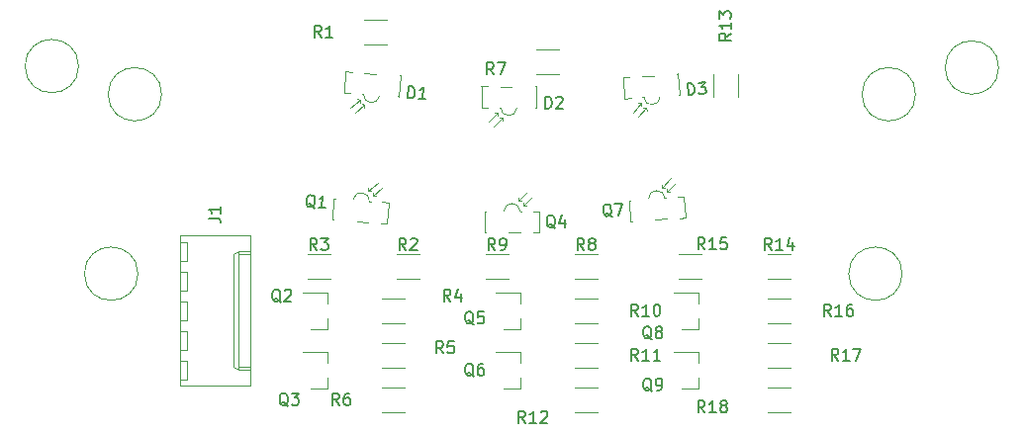
<source format=gbr>
G04 #@! TF.FileFunction,Legend,Top*
%FSLAX46Y46*%
G04 Gerber Fmt 4.6, Leading zero omitted, Abs format (unit mm)*
G04 Created by KiCad (PCBNEW 4.0.6-e0-6349~53~ubuntu16.04.1) date Thu Jun 15 10:56:05 2017*
%MOMM*%
%LPD*%
G01*
G04 APERTURE LIST*
%ADD10C,0.100000*%
%ADD11C,0.120000*%
%ADD12C,0.150000*%
G04 APERTURE END LIST*
D10*
D11*
X148343779Y-52829672D02*
X148453511Y-52821999D01*
X146818204Y-52946375D02*
X147356888Y-52908706D01*
X151406998Y-52625495D02*
X151506755Y-52618519D01*
X151280739Y-50819904D02*
X151380496Y-50812928D01*
X149297679Y-50988646D02*
X148300115Y-51058403D01*
X147221351Y-51113789D02*
X146682667Y-51151457D01*
X151506755Y-52618519D02*
X151380496Y-50812928D01*
X146691945Y-51140784D02*
X146818204Y-52946375D01*
X148238999Y-53338220D02*
X147989608Y-53355659D01*
X148238999Y-53338220D02*
X148256438Y-53587611D01*
X148675902Y-53708645D02*
X148426511Y-53726084D01*
X148675902Y-53708645D02*
X148693342Y-53958036D01*
X147970769Y-54519809D02*
X148675902Y-53708645D01*
X147533865Y-54149383D02*
X148238999Y-53338220D01*
X149851699Y-52785385D02*
G75*
G02X148453511Y-52821999I-699893J12216D01*
G01*
X136086000Y-53702000D02*
X136196000Y-53702000D01*
X134556000Y-53712000D02*
X135096000Y-53712000D01*
X139156000Y-53712000D02*
X139256000Y-53712000D01*
X139156000Y-51902000D02*
X139256000Y-51902000D01*
X137166000Y-51932000D02*
X136166000Y-51932000D01*
X135086000Y-51912000D02*
X134546000Y-51912000D01*
X139256000Y-53712000D02*
X139256000Y-51902000D01*
X134556000Y-51902000D02*
X134556000Y-53712000D01*
X135946000Y-54202000D02*
X135696000Y-54202000D01*
X135946000Y-54202000D02*
X135946000Y-54452000D01*
X136356000Y-54602000D02*
X136106000Y-54602000D01*
X136356000Y-54602000D02*
X136356000Y-54852000D01*
X135596000Y-55362000D02*
X136356000Y-54602000D01*
X135186000Y-54962000D02*
X135946000Y-54202000D01*
X137593336Y-53763009D02*
G75*
G02X136196000Y-53702000I-697336J61009D01*
G01*
X124346403Y-52538090D02*
X124456135Y-52545763D01*
X122819432Y-52441338D02*
X123358117Y-52479006D01*
X127408227Y-52762218D02*
X127507983Y-52769193D01*
X127534486Y-50956627D02*
X127634243Y-50963602D01*
X125547241Y-50847738D02*
X124549677Y-50777982D01*
X123473703Y-50682694D02*
X122935018Y-50645025D01*
X127507983Y-52769193D02*
X127634243Y-50963602D01*
X122945692Y-50635747D02*
X122819432Y-52441338D01*
X124171866Y-53027106D02*
X123922475Y-53009667D01*
X124171866Y-53027106D02*
X124154427Y-53276497D01*
X124552964Y-53454732D02*
X124303573Y-53437292D01*
X124552964Y-53454732D02*
X124535525Y-53704123D01*
X123741801Y-54159865D02*
X124552964Y-53454732D01*
X123360702Y-53732240D02*
X124171866Y-53027106D01*
X125845812Y-52704096D02*
G75*
G02X124456135Y-52545763I-691382J109504D01*
G01*
X100076000Y-50165000D02*
G75*
G03X100076000Y-50165000I-2286000J0D01*
G01*
X108740000Y-77570000D02*
X114740000Y-77570000D01*
X114740000Y-77570000D02*
X114740000Y-64670000D01*
X114740000Y-64670000D02*
X108740000Y-64670000D01*
X108740000Y-64670000D02*
X108740000Y-77570000D01*
X114740000Y-76200000D02*
X113740000Y-76200000D01*
X113740000Y-76200000D02*
X113740000Y-66040000D01*
X113740000Y-66040000D02*
X114740000Y-66040000D01*
X113740000Y-76200000D02*
X113310000Y-75950000D01*
X113310000Y-75950000D02*
X113310000Y-66290000D01*
X113310000Y-66290000D02*
X113740000Y-66040000D01*
X114740000Y-75950000D02*
X113740000Y-75950000D01*
X114740000Y-66290000D02*
X113740000Y-66290000D01*
X108740000Y-77000000D02*
X109360000Y-77000000D01*
X109360000Y-77000000D02*
X109360000Y-75400000D01*
X109360000Y-75400000D02*
X108740000Y-75400000D01*
X108740000Y-74460000D02*
X109360000Y-74460000D01*
X109360000Y-74460000D02*
X109360000Y-72860000D01*
X109360000Y-72860000D02*
X108740000Y-72860000D01*
X108740000Y-71920000D02*
X109360000Y-71920000D01*
X109360000Y-71920000D02*
X109360000Y-70320000D01*
X109360000Y-70320000D02*
X108740000Y-70320000D01*
X108740000Y-69380000D02*
X109360000Y-69380000D01*
X109360000Y-69380000D02*
X109360000Y-67780000D01*
X109360000Y-67780000D02*
X108740000Y-67780000D01*
X108740000Y-66840000D02*
X109360000Y-66840000D01*
X109360000Y-66840000D02*
X109360000Y-65240000D01*
X109360000Y-65240000D02*
X108740000Y-65240000D01*
X125081597Y-61761910D02*
X124971865Y-61754237D01*
X126608568Y-61858662D02*
X126069883Y-61820994D01*
X122019773Y-61537782D02*
X121920017Y-61530807D01*
X121893514Y-63343373D02*
X121793757Y-63336398D01*
X123880759Y-63452262D02*
X124878323Y-63522018D01*
X125954297Y-63617306D02*
X126492982Y-63654975D01*
X121920017Y-61530807D02*
X121793757Y-63336398D01*
X126482308Y-63664253D02*
X126608568Y-61858662D01*
X125256134Y-61272894D02*
X125505525Y-61290333D01*
X125256134Y-61272894D02*
X125273573Y-61023503D01*
X124875036Y-60845268D02*
X125124427Y-60862708D01*
X124875036Y-60845268D02*
X124892475Y-60595877D01*
X125686199Y-60140135D02*
X124875036Y-60845268D01*
X126067298Y-60567760D02*
X125256134Y-61272894D01*
X123582188Y-61595904D02*
G75*
G02X124971865Y-61754237I691382J-109504D01*
G01*
X121410000Y-72700000D02*
X121410000Y-71770000D01*
X121410000Y-69540000D02*
X121410000Y-70470000D01*
X121410000Y-69540000D02*
X119250000Y-69540000D01*
X121410000Y-72700000D02*
X119950000Y-72700000D01*
X121410000Y-77780000D02*
X121410000Y-76850000D01*
X121410000Y-74620000D02*
X121410000Y-75550000D01*
X121410000Y-74620000D02*
X119250000Y-74620000D01*
X121410000Y-77780000D02*
X119950000Y-77780000D01*
X137980000Y-62630000D02*
X137870000Y-62630000D01*
X139510000Y-62620000D02*
X138970000Y-62620000D01*
X134910000Y-62620000D02*
X134810000Y-62620000D01*
X134910000Y-64430000D02*
X134810000Y-64430000D01*
X136900000Y-64400000D02*
X137900000Y-64400000D01*
X138980000Y-64420000D02*
X139520000Y-64420000D01*
X134810000Y-62620000D02*
X134810000Y-64430000D01*
X139510000Y-64430000D02*
X139510000Y-62620000D01*
X138120000Y-62130000D02*
X138370000Y-62130000D01*
X138120000Y-62130000D02*
X138120000Y-61880000D01*
X137710000Y-61730000D02*
X137960000Y-61730000D01*
X137710000Y-61730000D02*
X137710000Y-61480000D01*
X138470000Y-60970000D02*
X137710000Y-61730000D01*
X138880000Y-61370000D02*
X138120000Y-62130000D01*
X136472664Y-62568991D02*
G75*
G02X137870000Y-62630000I697336J-61009D01*
G01*
X137920000Y-72700000D02*
X137920000Y-71770000D01*
X137920000Y-69540000D02*
X137920000Y-70470000D01*
X137920000Y-69540000D02*
X135760000Y-69540000D01*
X137920000Y-72700000D02*
X136460000Y-72700000D01*
X137920000Y-77780000D02*
X137920000Y-76850000D01*
X137920000Y-74620000D02*
X137920000Y-75550000D01*
X137920000Y-74620000D02*
X135760000Y-74620000D01*
X137920000Y-77780000D02*
X136460000Y-77780000D01*
X150360221Y-61470328D02*
X150250489Y-61478001D01*
X151885796Y-61353625D02*
X151347112Y-61391294D01*
X147297002Y-61674505D02*
X147197245Y-61681481D01*
X147423261Y-63480096D02*
X147323504Y-63487072D01*
X149406321Y-63311354D02*
X150403885Y-63241597D01*
X151482649Y-63186211D02*
X152021333Y-63148543D01*
X147197245Y-61681481D02*
X147323504Y-63487072D01*
X152012055Y-63159216D02*
X151885796Y-61353625D01*
X150465001Y-60961780D02*
X150714392Y-60944341D01*
X150465001Y-60961780D02*
X150447562Y-60712389D01*
X150028098Y-60591355D02*
X150277489Y-60573916D01*
X150028098Y-60591355D02*
X150010658Y-60341964D01*
X150733231Y-59780191D02*
X150028098Y-60591355D01*
X151170135Y-60150617D02*
X150465001Y-60961780D01*
X148852301Y-61514615D02*
G75*
G02X150250489Y-61478001I699893J-12216D01*
G01*
X153160000Y-72700000D02*
X153160000Y-71770000D01*
X153160000Y-69540000D02*
X153160000Y-70470000D01*
X153160000Y-69540000D02*
X151000000Y-69540000D01*
X153160000Y-72700000D02*
X151700000Y-72700000D01*
X153160000Y-77780000D02*
X153160000Y-76850000D01*
X153160000Y-74620000D02*
X153160000Y-75550000D01*
X153160000Y-74620000D02*
X151000000Y-74620000D01*
X153160000Y-77780000D02*
X151700000Y-77780000D01*
X124476000Y-46174000D02*
X126476000Y-46174000D01*
X126476000Y-48314000D02*
X124476000Y-48314000D01*
X129270000Y-68380000D02*
X127270000Y-68380000D01*
X127270000Y-66240000D02*
X129270000Y-66240000D01*
X121650000Y-68380000D02*
X119650000Y-68380000D01*
X119650000Y-66240000D02*
X121650000Y-66240000D01*
X126000000Y-70050000D02*
X128000000Y-70050000D01*
X128000000Y-72190000D02*
X126000000Y-72190000D01*
X128000000Y-76000000D02*
X126000000Y-76000000D01*
X126000000Y-73860000D02*
X128000000Y-73860000D01*
X126000000Y-77670000D02*
X128000000Y-77670000D01*
X128000000Y-79810000D02*
X126000000Y-79810000D01*
X139208000Y-48714000D02*
X141208000Y-48714000D01*
X141208000Y-50854000D02*
X139208000Y-50854000D01*
X144510000Y-68380000D02*
X142510000Y-68380000D01*
X142510000Y-66240000D02*
X144510000Y-66240000D01*
X136890000Y-68380000D02*
X134890000Y-68380000D01*
X134890000Y-66240000D02*
X136890000Y-66240000D01*
X142510000Y-70050000D02*
X144510000Y-70050000D01*
X144510000Y-72190000D02*
X142510000Y-72190000D01*
X144510000Y-76000000D02*
X142510000Y-76000000D01*
X142510000Y-73860000D02*
X144510000Y-73860000D01*
X142510000Y-77670000D02*
X144510000Y-77670000D01*
X144510000Y-79810000D02*
X142510000Y-79810000D01*
X154378000Y-52816000D02*
X154378000Y-50816000D01*
X156518000Y-50816000D02*
X156518000Y-52816000D01*
X161020000Y-68380000D02*
X159020000Y-68380000D01*
X159020000Y-66240000D02*
X161020000Y-66240000D01*
X153400000Y-68380000D02*
X151400000Y-68380000D01*
X151400000Y-66240000D02*
X153400000Y-66240000D01*
X159020000Y-70050000D02*
X161020000Y-70050000D01*
X161020000Y-72190000D02*
X159020000Y-72190000D01*
X161020000Y-76000000D02*
X159020000Y-76000000D01*
X159020000Y-73860000D02*
X161020000Y-73860000D01*
X159020000Y-77670000D02*
X161020000Y-77670000D01*
X161020000Y-79810000D02*
X159020000Y-79810000D01*
X170561000Y-67945000D02*
G75*
G03X170561000Y-67945000I-2286000J0D01*
G01*
X105156000Y-67945000D02*
G75*
G03X105156000Y-67945000I-2286000J0D01*
G01*
X107188000Y-52578000D02*
G75*
G03X107188000Y-52578000I-2286000J0D01*
G01*
X178816000Y-50292000D02*
G75*
G03X178816000Y-50292000I-2286000J0D01*
G01*
X171704000Y-52578000D02*
G75*
G03X171704000Y-52578000I-2286000J0D01*
G01*
D12*
X152261713Y-52639484D02*
X152191957Y-51641920D01*
X152429472Y-51625311D01*
X152575304Y-51662849D01*
X152676953Y-51751211D01*
X152731100Y-51842896D01*
X152791890Y-52029586D01*
X152801855Y-52172096D01*
X152767639Y-52365430D01*
X152726779Y-52463758D01*
X152638417Y-52565407D01*
X152499228Y-52622875D01*
X152261713Y-52639484D01*
X153094515Y-51578807D02*
X153712055Y-51535624D01*
X153406107Y-51938900D01*
X153548617Y-51928935D01*
X153646945Y-51969795D01*
X153697769Y-52013976D01*
X153751916Y-52105661D01*
X153768525Y-52343176D01*
X153727665Y-52441504D01*
X153683484Y-52492329D01*
X153591800Y-52546475D01*
X153306781Y-52566406D01*
X153208453Y-52525546D01*
X153157628Y-52481365D01*
X140007657Y-53785577D02*
X140007657Y-52785577D01*
X140245752Y-52785577D01*
X140388610Y-52833196D01*
X140483848Y-52928434D01*
X140531467Y-53023672D01*
X140579086Y-53214148D01*
X140579086Y-53357006D01*
X140531467Y-53547482D01*
X140483848Y-53642720D01*
X140388610Y-53737958D01*
X140245752Y-53785577D01*
X140007657Y-53785577D01*
X140960038Y-52880815D02*
X141007657Y-52833196D01*
X141102895Y-52785577D01*
X141340991Y-52785577D01*
X141436229Y-52833196D01*
X141483848Y-52880815D01*
X141531467Y-52976053D01*
X141531467Y-53071291D01*
X141483848Y-53214148D01*
X140912419Y-53785577D01*
X141531467Y-53785577D01*
X128252677Y-52895024D02*
X128322434Y-51897460D01*
X128559949Y-51914069D01*
X128699137Y-51971537D01*
X128787500Y-52073186D01*
X128828359Y-52171514D01*
X128862575Y-52364848D01*
X128852610Y-52507358D01*
X128791820Y-52694048D01*
X128737674Y-52785733D01*
X128636024Y-52874095D01*
X128490192Y-52911633D01*
X128252677Y-52895024D01*
X129772776Y-53001320D02*
X129202739Y-52961459D01*
X129487757Y-52981389D02*
X129557513Y-51983825D01*
X129452542Y-52119691D01*
X129350892Y-52208053D01*
X129252565Y-52248913D01*
X111212381Y-63198333D02*
X111926667Y-63198333D01*
X112069524Y-63245953D01*
X112164762Y-63341191D01*
X112212381Y-63484048D01*
X112212381Y-63579286D01*
X112212381Y-62198333D02*
X112212381Y-62769762D01*
X112212381Y-62484048D02*
X111212381Y-62484048D01*
X111355238Y-62579286D01*
X111450476Y-62674524D01*
X111498095Y-62769762D01*
X120274263Y-62344410D02*
X120182579Y-62290263D01*
X120094216Y-62188614D01*
X119961672Y-62036139D01*
X119869987Y-61981993D01*
X119774981Y-61975349D01*
X119805875Y-62216186D02*
X119714191Y-62162040D01*
X119625829Y-62060390D01*
X119591613Y-61867056D01*
X119614865Y-61534534D01*
X119675655Y-61347844D01*
X119777304Y-61259482D01*
X119875632Y-61218622D01*
X120065645Y-61231909D01*
X120157329Y-61286056D01*
X120245692Y-61387705D01*
X120279908Y-61581039D01*
X120256656Y-61913561D01*
X120195866Y-62100251D01*
X120094216Y-62188614D01*
X119995888Y-62229473D01*
X119805875Y-62216186D01*
X121183465Y-62312517D02*
X120613428Y-62272656D01*
X120898446Y-62292586D02*
X120968202Y-61295022D01*
X120863231Y-61430888D01*
X120761581Y-61519250D01*
X120663254Y-61560110D01*
X117379762Y-70397619D02*
X117284524Y-70350000D01*
X117189286Y-70254762D01*
X117046429Y-70111905D01*
X116951190Y-70064286D01*
X116855952Y-70064286D01*
X116903571Y-70302381D02*
X116808333Y-70254762D01*
X116713095Y-70159524D01*
X116665476Y-69969048D01*
X116665476Y-69635714D01*
X116713095Y-69445238D01*
X116808333Y-69350000D01*
X116903571Y-69302381D01*
X117094048Y-69302381D01*
X117189286Y-69350000D01*
X117284524Y-69445238D01*
X117332143Y-69635714D01*
X117332143Y-69969048D01*
X117284524Y-70159524D01*
X117189286Y-70254762D01*
X117094048Y-70302381D01*
X116903571Y-70302381D01*
X117713095Y-69397619D02*
X117760714Y-69350000D01*
X117855952Y-69302381D01*
X118094048Y-69302381D01*
X118189286Y-69350000D01*
X118236905Y-69397619D01*
X118284524Y-69492857D01*
X118284524Y-69588095D01*
X118236905Y-69730952D01*
X117665476Y-70302381D01*
X118284524Y-70302381D01*
X118014762Y-79287619D02*
X117919524Y-79240000D01*
X117824286Y-79144762D01*
X117681429Y-79001905D01*
X117586190Y-78954286D01*
X117490952Y-78954286D01*
X117538571Y-79192381D02*
X117443333Y-79144762D01*
X117348095Y-79049524D01*
X117300476Y-78859048D01*
X117300476Y-78525714D01*
X117348095Y-78335238D01*
X117443333Y-78240000D01*
X117538571Y-78192381D01*
X117729048Y-78192381D01*
X117824286Y-78240000D01*
X117919524Y-78335238D01*
X117967143Y-78525714D01*
X117967143Y-78859048D01*
X117919524Y-79049524D01*
X117824286Y-79144762D01*
X117729048Y-79192381D01*
X117538571Y-79192381D01*
X118300476Y-78192381D02*
X118919524Y-78192381D01*
X118586190Y-78573333D01*
X118729048Y-78573333D01*
X118824286Y-78620952D01*
X118871905Y-78668571D01*
X118919524Y-78763810D01*
X118919524Y-79001905D01*
X118871905Y-79097143D01*
X118824286Y-79144762D01*
X118729048Y-79192381D01*
X118443333Y-79192381D01*
X118348095Y-79144762D01*
X118300476Y-79097143D01*
X140874762Y-64047619D02*
X140779524Y-64000000D01*
X140684286Y-63904762D01*
X140541429Y-63761905D01*
X140446190Y-63714286D01*
X140350952Y-63714286D01*
X140398571Y-63952381D02*
X140303333Y-63904762D01*
X140208095Y-63809524D01*
X140160476Y-63619048D01*
X140160476Y-63285714D01*
X140208095Y-63095238D01*
X140303333Y-63000000D01*
X140398571Y-62952381D01*
X140589048Y-62952381D01*
X140684286Y-63000000D01*
X140779524Y-63095238D01*
X140827143Y-63285714D01*
X140827143Y-63619048D01*
X140779524Y-63809524D01*
X140684286Y-63904762D01*
X140589048Y-63952381D01*
X140398571Y-63952381D01*
X141684286Y-63285714D02*
X141684286Y-63952381D01*
X141446190Y-62904762D02*
X141208095Y-63619048D01*
X141827143Y-63619048D01*
X133889762Y-72302619D02*
X133794524Y-72255000D01*
X133699286Y-72159762D01*
X133556429Y-72016905D01*
X133461190Y-71969286D01*
X133365952Y-71969286D01*
X133413571Y-72207381D02*
X133318333Y-72159762D01*
X133223095Y-72064524D01*
X133175476Y-71874048D01*
X133175476Y-71540714D01*
X133223095Y-71350238D01*
X133318333Y-71255000D01*
X133413571Y-71207381D01*
X133604048Y-71207381D01*
X133699286Y-71255000D01*
X133794524Y-71350238D01*
X133842143Y-71540714D01*
X133842143Y-71874048D01*
X133794524Y-72064524D01*
X133699286Y-72159762D01*
X133604048Y-72207381D01*
X133413571Y-72207381D01*
X134746905Y-71207381D02*
X134270714Y-71207381D01*
X134223095Y-71683571D01*
X134270714Y-71635952D01*
X134365952Y-71588333D01*
X134604048Y-71588333D01*
X134699286Y-71635952D01*
X134746905Y-71683571D01*
X134794524Y-71778810D01*
X134794524Y-72016905D01*
X134746905Y-72112143D01*
X134699286Y-72159762D01*
X134604048Y-72207381D01*
X134365952Y-72207381D01*
X134270714Y-72159762D01*
X134223095Y-72112143D01*
X133889762Y-76747619D02*
X133794524Y-76700000D01*
X133699286Y-76604762D01*
X133556429Y-76461905D01*
X133461190Y-76414286D01*
X133365952Y-76414286D01*
X133413571Y-76652381D02*
X133318333Y-76604762D01*
X133223095Y-76509524D01*
X133175476Y-76319048D01*
X133175476Y-75985714D01*
X133223095Y-75795238D01*
X133318333Y-75700000D01*
X133413571Y-75652381D01*
X133604048Y-75652381D01*
X133699286Y-75700000D01*
X133794524Y-75795238D01*
X133842143Y-75985714D01*
X133842143Y-76319048D01*
X133794524Y-76509524D01*
X133699286Y-76604762D01*
X133604048Y-76652381D01*
X133413571Y-76652381D01*
X134699286Y-75652381D02*
X134508809Y-75652381D01*
X134413571Y-75700000D01*
X134365952Y-75747619D01*
X134270714Y-75890476D01*
X134223095Y-76080952D01*
X134223095Y-76461905D01*
X134270714Y-76557143D01*
X134318333Y-76604762D01*
X134413571Y-76652381D01*
X134604048Y-76652381D01*
X134699286Y-76604762D01*
X134746905Y-76557143D01*
X134794524Y-76461905D01*
X134794524Y-76223810D01*
X134746905Y-76128571D01*
X134699286Y-76080952D01*
X134604048Y-76033333D01*
X134413571Y-76033333D01*
X134318333Y-76080952D01*
X134270714Y-76128571D01*
X134223095Y-76223810D01*
X145739581Y-63081257D02*
X145641253Y-63040398D01*
X145539604Y-62952035D01*
X145387130Y-62819492D01*
X145288801Y-62778632D01*
X145193795Y-62785276D01*
X145257906Y-63019469D02*
X145159579Y-62978609D01*
X145057929Y-62890247D01*
X144997139Y-62703557D01*
X144973887Y-62371035D01*
X145008103Y-62177701D01*
X145096466Y-62076051D01*
X145188150Y-62021905D01*
X145378163Y-62008618D01*
X145476491Y-62049477D01*
X145578140Y-62137840D01*
X145638930Y-62324530D01*
X145662182Y-62657052D01*
X145627966Y-62850386D01*
X145539604Y-62952035D01*
X145447919Y-63006182D01*
X145257906Y-63019469D01*
X145948199Y-61968757D02*
X146613242Y-61922253D01*
X146255471Y-62949712D01*
X149129762Y-73572619D02*
X149034524Y-73525000D01*
X148939286Y-73429762D01*
X148796429Y-73286905D01*
X148701190Y-73239286D01*
X148605952Y-73239286D01*
X148653571Y-73477381D02*
X148558333Y-73429762D01*
X148463095Y-73334524D01*
X148415476Y-73144048D01*
X148415476Y-72810714D01*
X148463095Y-72620238D01*
X148558333Y-72525000D01*
X148653571Y-72477381D01*
X148844048Y-72477381D01*
X148939286Y-72525000D01*
X149034524Y-72620238D01*
X149082143Y-72810714D01*
X149082143Y-73144048D01*
X149034524Y-73334524D01*
X148939286Y-73429762D01*
X148844048Y-73477381D01*
X148653571Y-73477381D01*
X149653571Y-72905952D02*
X149558333Y-72858333D01*
X149510714Y-72810714D01*
X149463095Y-72715476D01*
X149463095Y-72667857D01*
X149510714Y-72572619D01*
X149558333Y-72525000D01*
X149653571Y-72477381D01*
X149844048Y-72477381D01*
X149939286Y-72525000D01*
X149986905Y-72572619D01*
X150034524Y-72667857D01*
X150034524Y-72715476D01*
X149986905Y-72810714D01*
X149939286Y-72858333D01*
X149844048Y-72905952D01*
X149653571Y-72905952D01*
X149558333Y-72953571D01*
X149510714Y-73001190D01*
X149463095Y-73096429D01*
X149463095Y-73286905D01*
X149510714Y-73382143D01*
X149558333Y-73429762D01*
X149653571Y-73477381D01*
X149844048Y-73477381D01*
X149939286Y-73429762D01*
X149986905Y-73382143D01*
X150034524Y-73286905D01*
X150034524Y-73096429D01*
X149986905Y-73001190D01*
X149939286Y-72953571D01*
X149844048Y-72905952D01*
X149129762Y-78017619D02*
X149034524Y-77970000D01*
X148939286Y-77874762D01*
X148796429Y-77731905D01*
X148701190Y-77684286D01*
X148605952Y-77684286D01*
X148653571Y-77922381D02*
X148558333Y-77874762D01*
X148463095Y-77779524D01*
X148415476Y-77589048D01*
X148415476Y-77255714D01*
X148463095Y-77065238D01*
X148558333Y-76970000D01*
X148653571Y-76922381D01*
X148844048Y-76922381D01*
X148939286Y-76970000D01*
X149034524Y-77065238D01*
X149082143Y-77255714D01*
X149082143Y-77589048D01*
X149034524Y-77779524D01*
X148939286Y-77874762D01*
X148844048Y-77922381D01*
X148653571Y-77922381D01*
X149558333Y-77922381D02*
X149748809Y-77922381D01*
X149844048Y-77874762D01*
X149891667Y-77827143D01*
X149986905Y-77684286D01*
X150034524Y-77493810D01*
X150034524Y-77112857D01*
X149986905Y-77017619D01*
X149939286Y-76970000D01*
X149844048Y-76922381D01*
X149653571Y-76922381D01*
X149558333Y-76970000D01*
X149510714Y-77017619D01*
X149463095Y-77112857D01*
X149463095Y-77350952D01*
X149510714Y-77446190D01*
X149558333Y-77493810D01*
X149653571Y-77541429D01*
X149844048Y-77541429D01*
X149939286Y-77493810D01*
X149986905Y-77446190D01*
X150034524Y-77350952D01*
X120864334Y-47696381D02*
X120531000Y-47220190D01*
X120292905Y-47696381D02*
X120292905Y-46696381D01*
X120673858Y-46696381D01*
X120769096Y-46744000D01*
X120816715Y-46791619D01*
X120864334Y-46886857D01*
X120864334Y-47029714D01*
X120816715Y-47124952D01*
X120769096Y-47172571D01*
X120673858Y-47220190D01*
X120292905Y-47220190D01*
X121816715Y-47696381D02*
X121245286Y-47696381D01*
X121531000Y-47696381D02*
X121531000Y-46696381D01*
X121435762Y-46839238D01*
X121340524Y-46934476D01*
X121245286Y-46982095D01*
X128103334Y-65912381D02*
X127770000Y-65436190D01*
X127531905Y-65912381D02*
X127531905Y-64912381D01*
X127912858Y-64912381D01*
X128008096Y-64960000D01*
X128055715Y-65007619D01*
X128103334Y-65102857D01*
X128103334Y-65245714D01*
X128055715Y-65340952D01*
X128008096Y-65388571D01*
X127912858Y-65436190D01*
X127531905Y-65436190D01*
X128484286Y-65007619D02*
X128531905Y-64960000D01*
X128627143Y-64912381D01*
X128865239Y-64912381D01*
X128960477Y-64960000D01*
X129008096Y-65007619D01*
X129055715Y-65102857D01*
X129055715Y-65198095D01*
X129008096Y-65340952D01*
X128436667Y-65912381D01*
X129055715Y-65912381D01*
X120483334Y-65912381D02*
X120150000Y-65436190D01*
X119911905Y-65912381D02*
X119911905Y-64912381D01*
X120292858Y-64912381D01*
X120388096Y-64960000D01*
X120435715Y-65007619D01*
X120483334Y-65102857D01*
X120483334Y-65245714D01*
X120435715Y-65340952D01*
X120388096Y-65388571D01*
X120292858Y-65436190D01*
X119911905Y-65436190D01*
X120816667Y-64912381D02*
X121435715Y-64912381D01*
X121102381Y-65293333D01*
X121245239Y-65293333D01*
X121340477Y-65340952D01*
X121388096Y-65388571D01*
X121435715Y-65483810D01*
X121435715Y-65721905D01*
X121388096Y-65817143D01*
X121340477Y-65864762D01*
X121245239Y-65912381D01*
X120959524Y-65912381D01*
X120864286Y-65864762D01*
X120816667Y-65817143D01*
X131913334Y-70302381D02*
X131580000Y-69826190D01*
X131341905Y-70302381D02*
X131341905Y-69302381D01*
X131722858Y-69302381D01*
X131818096Y-69350000D01*
X131865715Y-69397619D01*
X131913334Y-69492857D01*
X131913334Y-69635714D01*
X131865715Y-69730952D01*
X131818096Y-69778571D01*
X131722858Y-69826190D01*
X131341905Y-69826190D01*
X132770477Y-69635714D02*
X132770477Y-70302381D01*
X132532381Y-69254762D02*
X132294286Y-69969048D01*
X132913334Y-69969048D01*
X131278334Y-74747381D02*
X130945000Y-74271190D01*
X130706905Y-74747381D02*
X130706905Y-73747381D01*
X131087858Y-73747381D01*
X131183096Y-73795000D01*
X131230715Y-73842619D01*
X131278334Y-73937857D01*
X131278334Y-74080714D01*
X131230715Y-74175952D01*
X131183096Y-74223571D01*
X131087858Y-74271190D01*
X130706905Y-74271190D01*
X132183096Y-73747381D02*
X131706905Y-73747381D01*
X131659286Y-74223571D01*
X131706905Y-74175952D01*
X131802143Y-74128333D01*
X132040239Y-74128333D01*
X132135477Y-74175952D01*
X132183096Y-74223571D01*
X132230715Y-74318810D01*
X132230715Y-74556905D01*
X132183096Y-74652143D01*
X132135477Y-74699762D01*
X132040239Y-74747381D01*
X131802143Y-74747381D01*
X131706905Y-74699762D01*
X131659286Y-74652143D01*
X122388334Y-79192381D02*
X122055000Y-78716190D01*
X121816905Y-79192381D02*
X121816905Y-78192381D01*
X122197858Y-78192381D01*
X122293096Y-78240000D01*
X122340715Y-78287619D01*
X122388334Y-78382857D01*
X122388334Y-78525714D01*
X122340715Y-78620952D01*
X122293096Y-78668571D01*
X122197858Y-78716190D01*
X121816905Y-78716190D01*
X123245477Y-78192381D02*
X123055000Y-78192381D01*
X122959762Y-78240000D01*
X122912143Y-78287619D01*
X122816905Y-78430476D01*
X122769286Y-78620952D01*
X122769286Y-79001905D01*
X122816905Y-79097143D01*
X122864524Y-79144762D01*
X122959762Y-79192381D01*
X123150239Y-79192381D01*
X123245477Y-79144762D01*
X123293096Y-79097143D01*
X123340715Y-79001905D01*
X123340715Y-78763810D01*
X123293096Y-78668571D01*
X123245477Y-78620952D01*
X123150239Y-78573333D01*
X122959762Y-78573333D01*
X122864524Y-78620952D01*
X122816905Y-78668571D01*
X122769286Y-78763810D01*
X135596334Y-50871381D02*
X135263000Y-50395190D01*
X135024905Y-50871381D02*
X135024905Y-49871381D01*
X135405858Y-49871381D01*
X135501096Y-49919000D01*
X135548715Y-49966619D01*
X135596334Y-50061857D01*
X135596334Y-50204714D01*
X135548715Y-50299952D01*
X135501096Y-50347571D01*
X135405858Y-50395190D01*
X135024905Y-50395190D01*
X135929667Y-49871381D02*
X136596334Y-49871381D01*
X136167762Y-50871381D01*
X143343334Y-65912381D02*
X143010000Y-65436190D01*
X142771905Y-65912381D02*
X142771905Y-64912381D01*
X143152858Y-64912381D01*
X143248096Y-64960000D01*
X143295715Y-65007619D01*
X143343334Y-65102857D01*
X143343334Y-65245714D01*
X143295715Y-65340952D01*
X143248096Y-65388571D01*
X143152858Y-65436190D01*
X142771905Y-65436190D01*
X143914762Y-65340952D02*
X143819524Y-65293333D01*
X143771905Y-65245714D01*
X143724286Y-65150476D01*
X143724286Y-65102857D01*
X143771905Y-65007619D01*
X143819524Y-64960000D01*
X143914762Y-64912381D01*
X144105239Y-64912381D01*
X144200477Y-64960000D01*
X144248096Y-65007619D01*
X144295715Y-65102857D01*
X144295715Y-65150476D01*
X144248096Y-65245714D01*
X144200477Y-65293333D01*
X144105239Y-65340952D01*
X143914762Y-65340952D01*
X143819524Y-65388571D01*
X143771905Y-65436190D01*
X143724286Y-65531429D01*
X143724286Y-65721905D01*
X143771905Y-65817143D01*
X143819524Y-65864762D01*
X143914762Y-65912381D01*
X144105239Y-65912381D01*
X144200477Y-65864762D01*
X144248096Y-65817143D01*
X144295715Y-65721905D01*
X144295715Y-65531429D01*
X144248096Y-65436190D01*
X144200477Y-65388571D01*
X144105239Y-65340952D01*
X135723334Y-65912381D02*
X135390000Y-65436190D01*
X135151905Y-65912381D02*
X135151905Y-64912381D01*
X135532858Y-64912381D01*
X135628096Y-64960000D01*
X135675715Y-65007619D01*
X135723334Y-65102857D01*
X135723334Y-65245714D01*
X135675715Y-65340952D01*
X135628096Y-65388571D01*
X135532858Y-65436190D01*
X135151905Y-65436190D01*
X136199524Y-65912381D02*
X136390000Y-65912381D01*
X136485239Y-65864762D01*
X136532858Y-65817143D01*
X136628096Y-65674286D01*
X136675715Y-65483810D01*
X136675715Y-65102857D01*
X136628096Y-65007619D01*
X136580477Y-64960000D01*
X136485239Y-64912381D01*
X136294762Y-64912381D01*
X136199524Y-64960000D01*
X136151905Y-65007619D01*
X136104286Y-65102857D01*
X136104286Y-65340952D01*
X136151905Y-65436190D01*
X136199524Y-65483810D01*
X136294762Y-65531429D01*
X136485239Y-65531429D01*
X136580477Y-65483810D01*
X136628096Y-65436190D01*
X136675715Y-65340952D01*
X147947143Y-71572381D02*
X147613809Y-71096190D01*
X147375714Y-71572381D02*
X147375714Y-70572381D01*
X147756667Y-70572381D01*
X147851905Y-70620000D01*
X147899524Y-70667619D01*
X147947143Y-70762857D01*
X147947143Y-70905714D01*
X147899524Y-71000952D01*
X147851905Y-71048571D01*
X147756667Y-71096190D01*
X147375714Y-71096190D01*
X148899524Y-71572381D02*
X148328095Y-71572381D01*
X148613809Y-71572381D02*
X148613809Y-70572381D01*
X148518571Y-70715238D01*
X148423333Y-70810476D01*
X148328095Y-70858095D01*
X149518571Y-70572381D02*
X149613810Y-70572381D01*
X149709048Y-70620000D01*
X149756667Y-70667619D01*
X149804286Y-70762857D01*
X149851905Y-70953333D01*
X149851905Y-71191429D01*
X149804286Y-71381905D01*
X149756667Y-71477143D01*
X149709048Y-71524762D01*
X149613810Y-71572381D01*
X149518571Y-71572381D01*
X149423333Y-71524762D01*
X149375714Y-71477143D01*
X149328095Y-71381905D01*
X149280476Y-71191429D01*
X149280476Y-70953333D01*
X149328095Y-70762857D01*
X149375714Y-70667619D01*
X149423333Y-70620000D01*
X149518571Y-70572381D01*
X147947143Y-75382381D02*
X147613809Y-74906190D01*
X147375714Y-75382381D02*
X147375714Y-74382381D01*
X147756667Y-74382381D01*
X147851905Y-74430000D01*
X147899524Y-74477619D01*
X147947143Y-74572857D01*
X147947143Y-74715714D01*
X147899524Y-74810952D01*
X147851905Y-74858571D01*
X147756667Y-74906190D01*
X147375714Y-74906190D01*
X148899524Y-75382381D02*
X148328095Y-75382381D01*
X148613809Y-75382381D02*
X148613809Y-74382381D01*
X148518571Y-74525238D01*
X148423333Y-74620476D01*
X148328095Y-74668095D01*
X149851905Y-75382381D02*
X149280476Y-75382381D01*
X149566190Y-75382381D02*
X149566190Y-74382381D01*
X149470952Y-74525238D01*
X149375714Y-74620476D01*
X149280476Y-74668095D01*
X138295143Y-80716381D02*
X137961809Y-80240190D01*
X137723714Y-80716381D02*
X137723714Y-79716381D01*
X138104667Y-79716381D01*
X138199905Y-79764000D01*
X138247524Y-79811619D01*
X138295143Y-79906857D01*
X138295143Y-80049714D01*
X138247524Y-80144952D01*
X138199905Y-80192571D01*
X138104667Y-80240190D01*
X137723714Y-80240190D01*
X139247524Y-80716381D02*
X138676095Y-80716381D01*
X138961809Y-80716381D02*
X138961809Y-79716381D01*
X138866571Y-79859238D01*
X138771333Y-79954476D01*
X138676095Y-80002095D01*
X139628476Y-79811619D02*
X139676095Y-79764000D01*
X139771333Y-79716381D01*
X140009429Y-79716381D01*
X140104667Y-79764000D01*
X140152286Y-79811619D01*
X140199905Y-79906857D01*
X140199905Y-80002095D01*
X140152286Y-80144952D01*
X139580857Y-80716381D01*
X140199905Y-80716381D01*
X155900381Y-47378857D02*
X155424190Y-47712191D01*
X155900381Y-47950286D02*
X154900381Y-47950286D01*
X154900381Y-47569333D01*
X154948000Y-47474095D01*
X154995619Y-47426476D01*
X155090857Y-47378857D01*
X155233714Y-47378857D01*
X155328952Y-47426476D01*
X155376571Y-47474095D01*
X155424190Y-47569333D01*
X155424190Y-47950286D01*
X155900381Y-46426476D02*
X155900381Y-46997905D01*
X155900381Y-46712191D02*
X154900381Y-46712191D01*
X155043238Y-46807429D01*
X155138476Y-46902667D01*
X155186095Y-46997905D01*
X154900381Y-46093143D02*
X154900381Y-45474095D01*
X155281333Y-45807429D01*
X155281333Y-45664571D01*
X155328952Y-45569333D01*
X155376571Y-45521714D01*
X155471810Y-45474095D01*
X155709905Y-45474095D01*
X155805143Y-45521714D01*
X155852762Y-45569333D01*
X155900381Y-45664571D01*
X155900381Y-45950286D01*
X155852762Y-46045524D01*
X155805143Y-46093143D01*
X159377143Y-65912381D02*
X159043809Y-65436190D01*
X158805714Y-65912381D02*
X158805714Y-64912381D01*
X159186667Y-64912381D01*
X159281905Y-64960000D01*
X159329524Y-65007619D01*
X159377143Y-65102857D01*
X159377143Y-65245714D01*
X159329524Y-65340952D01*
X159281905Y-65388571D01*
X159186667Y-65436190D01*
X158805714Y-65436190D01*
X160329524Y-65912381D02*
X159758095Y-65912381D01*
X160043809Y-65912381D02*
X160043809Y-64912381D01*
X159948571Y-65055238D01*
X159853333Y-65150476D01*
X159758095Y-65198095D01*
X161186667Y-65245714D02*
X161186667Y-65912381D01*
X160948571Y-64864762D02*
X160710476Y-65579048D01*
X161329524Y-65579048D01*
X153662143Y-65857381D02*
X153328809Y-65381190D01*
X153090714Y-65857381D02*
X153090714Y-64857381D01*
X153471667Y-64857381D01*
X153566905Y-64905000D01*
X153614524Y-64952619D01*
X153662143Y-65047857D01*
X153662143Y-65190714D01*
X153614524Y-65285952D01*
X153566905Y-65333571D01*
X153471667Y-65381190D01*
X153090714Y-65381190D01*
X154614524Y-65857381D02*
X154043095Y-65857381D01*
X154328809Y-65857381D02*
X154328809Y-64857381D01*
X154233571Y-65000238D01*
X154138333Y-65095476D01*
X154043095Y-65143095D01*
X155519286Y-64857381D02*
X155043095Y-64857381D01*
X154995476Y-65333571D01*
X155043095Y-65285952D01*
X155138333Y-65238333D01*
X155376429Y-65238333D01*
X155471667Y-65285952D01*
X155519286Y-65333571D01*
X155566905Y-65428810D01*
X155566905Y-65666905D01*
X155519286Y-65762143D01*
X155471667Y-65809762D01*
X155376429Y-65857381D01*
X155138333Y-65857381D01*
X155043095Y-65809762D01*
X154995476Y-65762143D01*
X164457143Y-71572381D02*
X164123809Y-71096190D01*
X163885714Y-71572381D02*
X163885714Y-70572381D01*
X164266667Y-70572381D01*
X164361905Y-70620000D01*
X164409524Y-70667619D01*
X164457143Y-70762857D01*
X164457143Y-70905714D01*
X164409524Y-71000952D01*
X164361905Y-71048571D01*
X164266667Y-71096190D01*
X163885714Y-71096190D01*
X165409524Y-71572381D02*
X164838095Y-71572381D01*
X165123809Y-71572381D02*
X165123809Y-70572381D01*
X165028571Y-70715238D01*
X164933333Y-70810476D01*
X164838095Y-70858095D01*
X166266667Y-70572381D02*
X166076190Y-70572381D01*
X165980952Y-70620000D01*
X165933333Y-70667619D01*
X165838095Y-70810476D01*
X165790476Y-71000952D01*
X165790476Y-71381905D01*
X165838095Y-71477143D01*
X165885714Y-71524762D01*
X165980952Y-71572381D01*
X166171429Y-71572381D01*
X166266667Y-71524762D01*
X166314286Y-71477143D01*
X166361905Y-71381905D01*
X166361905Y-71143810D01*
X166314286Y-71048571D01*
X166266667Y-71000952D01*
X166171429Y-70953333D01*
X165980952Y-70953333D01*
X165885714Y-71000952D01*
X165838095Y-71048571D01*
X165790476Y-71143810D01*
X165092143Y-75382381D02*
X164758809Y-74906190D01*
X164520714Y-75382381D02*
X164520714Y-74382381D01*
X164901667Y-74382381D01*
X164996905Y-74430000D01*
X165044524Y-74477619D01*
X165092143Y-74572857D01*
X165092143Y-74715714D01*
X165044524Y-74810952D01*
X164996905Y-74858571D01*
X164901667Y-74906190D01*
X164520714Y-74906190D01*
X166044524Y-75382381D02*
X165473095Y-75382381D01*
X165758809Y-75382381D02*
X165758809Y-74382381D01*
X165663571Y-74525238D01*
X165568333Y-74620476D01*
X165473095Y-74668095D01*
X166377857Y-74382381D02*
X167044524Y-74382381D01*
X166615952Y-75382381D01*
X153662143Y-79827381D02*
X153328809Y-79351190D01*
X153090714Y-79827381D02*
X153090714Y-78827381D01*
X153471667Y-78827381D01*
X153566905Y-78875000D01*
X153614524Y-78922619D01*
X153662143Y-79017857D01*
X153662143Y-79160714D01*
X153614524Y-79255952D01*
X153566905Y-79303571D01*
X153471667Y-79351190D01*
X153090714Y-79351190D01*
X154614524Y-79827381D02*
X154043095Y-79827381D01*
X154328809Y-79827381D02*
X154328809Y-78827381D01*
X154233571Y-78970238D01*
X154138333Y-79065476D01*
X154043095Y-79113095D01*
X155185952Y-79255952D02*
X155090714Y-79208333D01*
X155043095Y-79160714D01*
X154995476Y-79065476D01*
X154995476Y-79017857D01*
X155043095Y-78922619D01*
X155090714Y-78875000D01*
X155185952Y-78827381D01*
X155376429Y-78827381D01*
X155471667Y-78875000D01*
X155519286Y-78922619D01*
X155566905Y-79017857D01*
X155566905Y-79065476D01*
X155519286Y-79160714D01*
X155471667Y-79208333D01*
X155376429Y-79255952D01*
X155185952Y-79255952D01*
X155090714Y-79303571D01*
X155043095Y-79351190D01*
X154995476Y-79446429D01*
X154995476Y-79636905D01*
X155043095Y-79732143D01*
X155090714Y-79779762D01*
X155185952Y-79827381D01*
X155376429Y-79827381D01*
X155471667Y-79779762D01*
X155519286Y-79732143D01*
X155566905Y-79636905D01*
X155566905Y-79446429D01*
X155519286Y-79351190D01*
X155471667Y-79303571D01*
X155376429Y-79255952D01*
M02*

</source>
